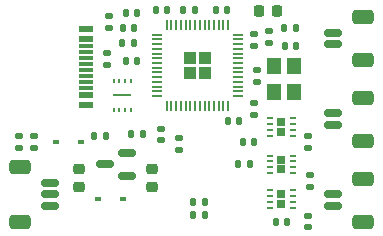
<source format=gbr>
%TF.GenerationSoftware,KiCad,Pcbnew,(6.0.5)*%
%TF.CreationDate,2022-10-09T21:33:59+01:00*%
%TF.ProjectId,PicoDrive,5069636f-4472-4697-9665-2e6b69636164,rev?*%
%TF.SameCoordinates,Original*%
%TF.FileFunction,Paste,Top*%
%TF.FilePolarity,Positive*%
%FSLAX46Y46*%
G04 Gerber Fmt 4.6, Leading zero omitted, Abs format (unit mm)*
G04 Created by KiCad (PCBNEW (6.0.5)) date 2022-10-09 21:33:59*
%MOMM*%
%LPD*%
G01*
G04 APERTURE LIST*
G04 Aperture macros list*
%AMRoundRect*
0 Rectangle with rounded corners*
0 $1 Rounding radius*
0 $2 $3 $4 $5 $6 $7 $8 $9 X,Y pos of 4 corners*
0 Add a 4 corners polygon primitive as box body*
4,1,4,$2,$3,$4,$5,$6,$7,$8,$9,$2,$3,0*
0 Add four circle primitives for the rounded corners*
1,1,$1+$1,$2,$3*
1,1,$1+$1,$4,$5*
1,1,$1+$1,$6,$7*
1,1,$1+$1,$8,$9*
0 Add four rect primitives between the rounded corners*
20,1,$1+$1,$2,$3,$4,$5,0*
20,1,$1+$1,$4,$5,$6,$7,0*
20,1,$1+$1,$6,$7,$8,$9,0*
20,1,$1+$1,$8,$9,$2,$3,0*%
G04 Aperture macros list end*
%ADD10R,0.600000X0.450000*%
%ADD11RoundRect,0.135000X-0.135000X-0.185000X0.135000X-0.185000X0.135000X0.185000X-0.135000X0.185000X0*%
%ADD12RoundRect,0.135000X0.135000X0.185000X-0.135000X0.185000X-0.135000X-0.185000X0.135000X-0.185000X0*%
%ADD13RoundRect,0.135000X-0.185000X0.135000X-0.185000X-0.135000X0.185000X-0.135000X0.185000X0.135000X0*%
%ADD14RoundRect,0.135000X0.185000X-0.135000X0.185000X0.135000X-0.185000X0.135000X-0.185000X-0.135000X0*%
%ADD15R,0.250000X0.300000*%
%ADD16R,1.600000X0.200000*%
%ADD17RoundRect,0.218750X0.218750X0.256250X-0.218750X0.256250X-0.218750X-0.256250X0.218750X-0.256250X0*%
%ADD18RoundRect,0.140000X-0.170000X0.140000X-0.170000X-0.140000X0.170000X-0.140000X0.170000X0.140000X0*%
%ADD19RoundRect,0.140000X-0.140000X-0.170000X0.140000X-0.170000X0.140000X0.170000X-0.140000X0.170000X0*%
%ADD20RoundRect,0.140000X0.140000X0.170000X-0.140000X0.170000X-0.140000X-0.170000X0.140000X-0.170000X0*%
%ADD21RoundRect,0.140000X0.170000X-0.140000X0.170000X0.140000X-0.170000X0.140000X-0.170000X-0.140000X0*%
%ADD22RoundRect,0.225000X-0.250000X0.225000X-0.250000X-0.225000X0.250000X-0.225000X0.250000X0.225000X0*%
%ADD23RoundRect,0.225000X0.250000X-0.225000X0.250000X0.225000X-0.250000X0.225000X-0.250000X-0.225000X0*%
%ADD24R,0.750000X0.650000*%
%ADD25R,0.500000X0.250000*%
%ADD26R,1.200000X1.400000*%
%ADD27R,1.160000X0.600000*%
%ADD28R,1.160000X0.300000*%
%ADD29RoundRect,0.250000X0.292217X-0.292217X0.292217X0.292217X-0.292217X0.292217X-0.292217X-0.292217X0*%
%ADD30RoundRect,0.050000X0.050000X-0.387500X0.050000X0.387500X-0.050000X0.387500X-0.050000X-0.387500X0*%
%ADD31RoundRect,0.050000X0.387500X-0.050000X0.387500X0.050000X-0.387500X0.050000X-0.387500X-0.050000X0*%
%ADD32RoundRect,0.250000X-0.650000X0.350000X-0.650000X-0.350000X0.650000X-0.350000X0.650000X0.350000X0*%
%ADD33RoundRect,0.150000X-0.625000X0.150000X-0.625000X-0.150000X0.625000X-0.150000X0.625000X0.150000X0*%
%ADD34RoundRect,0.150000X0.587500X0.150000X-0.587500X0.150000X-0.587500X-0.150000X0.587500X-0.150000X0*%
%ADD35RoundRect,0.250000X0.650000X-0.350000X0.650000X0.350000X-0.650000X0.350000X-0.650000X-0.350000X0*%
%ADD36RoundRect,0.150000X0.625000X-0.150000X0.625000X0.150000X-0.625000X0.150000X-0.625000X-0.150000X0*%
G04 APERTURE END LIST*
D10*
%TO.C,D1*%
X149386000Y-63500000D03*
X147286000Y-63500000D03*
%TD*%
D11*
%TO.C,R11*%
X158875000Y-68580000D03*
X159895000Y-68580000D03*
%TD*%
D12*
%TO.C,R10*%
X158875000Y-69723000D03*
X159895000Y-69723000D03*
%TD*%
D13*
%TO.C,R9*%
X144145000Y-62990000D03*
X144145000Y-64010000D03*
%TD*%
D14*
%TO.C,R8*%
X145415000Y-62990000D03*
X145415000Y-64010000D03*
%TD*%
D15*
%TO.C,U1*%
X152158000Y-60763000D03*
X152658000Y-60763000D03*
X153158000Y-60763000D03*
X153658000Y-60763000D03*
X153658000Y-58363000D03*
X153158000Y-58363000D03*
X152658000Y-58363000D03*
X152158000Y-58363000D03*
D16*
X152908000Y-59563000D03*
%TD*%
D11*
%TO.C,R12*%
X166622000Y-53848000D03*
X167642000Y-53848000D03*
%TD*%
D14*
%TO.C,R7*%
X157734000Y-64226500D03*
X157734000Y-63206500D03*
%TD*%
D11*
%TO.C,R6*%
X153926000Y-55118000D03*
X152906000Y-55118000D03*
%TD*%
D14*
%TO.C,R5*%
X151638000Y-56005000D03*
X151638000Y-57025000D03*
%TD*%
D13*
%TO.C,R4*%
X164338000Y-57402000D03*
X164338000Y-58422000D03*
%TD*%
D11*
%TO.C,R3*%
X153668000Y-62865000D03*
X154688000Y-62865000D03*
%TD*%
D12*
%TO.C,R2*%
X150493000Y-62992000D03*
X151513000Y-62992000D03*
%TD*%
D13*
%TO.C,R1*%
X151765000Y-53850000D03*
X151765000Y-52830000D03*
%TD*%
D17*
%TO.C,D3*%
X166014500Y-52451000D03*
X164439500Y-52451000D03*
%TD*%
D18*
%TO.C,C20*%
X168656000Y-69751000D03*
X168656000Y-70711000D03*
%TD*%
%TO.C,C19*%
X168783000Y-66322000D03*
X168783000Y-67282000D03*
%TD*%
%TO.C,C18*%
X168656000Y-63020000D03*
X168656000Y-63980000D03*
%TD*%
D19*
%TO.C,C17*%
X165890000Y-70256400D03*
X166850000Y-70256400D03*
%TD*%
D20*
%TO.C,C16*%
X163675000Y-65405000D03*
X162715000Y-65405000D03*
%TD*%
%TO.C,C15*%
X164056000Y-63500000D03*
X163096000Y-63500000D03*
%TD*%
%TO.C,C14*%
X154150000Y-52578000D03*
X153190000Y-52578000D03*
%TD*%
D19*
%TO.C,C13*%
X161826000Y-61722000D03*
X162786000Y-61722000D03*
%TD*%
%TO.C,C12*%
X160810000Y-52324000D03*
X161770000Y-52324000D03*
%TD*%
D20*
%TO.C,C11*%
X156690000Y-52324000D03*
X155730000Y-52324000D03*
%TD*%
D21*
%TO.C,C10*%
X165354000Y-55090000D03*
X165354000Y-54130000D03*
%TD*%
D18*
%TO.C,C9*%
X156210000Y-62385000D03*
X156210000Y-63345000D03*
%TD*%
D19*
%TO.C,C8*%
X158075500Y-52324000D03*
X159035500Y-52324000D03*
%TD*%
D20*
%TO.C,C7*%
X154150000Y-56642000D03*
X153190000Y-56642000D03*
%TD*%
D21*
%TO.C,C6*%
X164084000Y-55344000D03*
X164084000Y-54384000D03*
%TD*%
D20*
%TO.C,C5*%
X153896000Y-53848000D03*
X152936000Y-53848000D03*
%TD*%
D19*
%TO.C,C4*%
X166652000Y-55372000D03*
X167612000Y-55372000D03*
%TD*%
D18*
%TO.C,C3*%
X164084000Y-60226000D03*
X164084000Y-61186000D03*
%TD*%
D22*
%TO.C,C2*%
X155448000Y-65773000D03*
X155448000Y-67323000D03*
%TD*%
D23*
%TO.C,C1*%
X149225000Y-65773000D03*
X149225000Y-67323000D03*
%TD*%
D10*
%TO.C,D2*%
X152942000Y-68326000D03*
X150842000Y-68326000D03*
%TD*%
D24*
%TO.C,U6*%
X166370000Y-67945000D03*
X166370000Y-68745000D03*
D25*
X167320000Y-69095000D03*
X167320000Y-68595000D03*
X167320000Y-68095000D03*
X167320000Y-67595000D03*
X165420000Y-67595000D03*
X165420000Y-68095000D03*
X165420000Y-68595000D03*
X165420000Y-69095000D03*
%TD*%
D24*
%TO.C,U4*%
X166370000Y-62630000D03*
X166370000Y-61830000D03*
D25*
X167320000Y-62980000D03*
X167320000Y-62480000D03*
X167320000Y-61980000D03*
X167320000Y-61480000D03*
X165420000Y-61480000D03*
X165420000Y-61980000D03*
X165420000Y-62480000D03*
X165420000Y-62980000D03*
%TD*%
D26*
%TO.C,Y1*%
X167474000Y-59266000D03*
X167474000Y-57066000D03*
X165774000Y-57066000D03*
X165774000Y-59266000D03*
%TD*%
D24*
%TO.C,U5*%
X166370000Y-65805000D03*
X166370000Y-65005000D03*
D25*
X167320000Y-66155000D03*
X167320000Y-65655000D03*
X167320000Y-65155000D03*
X167320000Y-64655000D03*
X165420000Y-64655000D03*
X165420000Y-65155000D03*
X165420000Y-65655000D03*
X165420000Y-66155000D03*
%TD*%
D27*
%TO.C,P1*%
X149830000Y-53950000D03*
X149830000Y-54750000D03*
D28*
X149830000Y-55900000D03*
X149830000Y-56900000D03*
X149830000Y-57400000D03*
X149830000Y-58400000D03*
D27*
X149830000Y-59550000D03*
X149830000Y-60350000D03*
X149830000Y-60350000D03*
X149830000Y-59550000D03*
D28*
X149830000Y-58900000D03*
X149830000Y-57900000D03*
X149830000Y-56400000D03*
X149830000Y-55400000D03*
D27*
X149830000Y-54750000D03*
X149830000Y-53950000D03*
%TD*%
D29*
%TO.C,U3*%
X158620500Y-56385500D03*
X159895500Y-57660500D03*
X159895500Y-56385500D03*
X158620500Y-57660500D03*
D30*
X156658000Y-60460500D03*
X157058000Y-60460500D03*
X157458000Y-60460500D03*
X157858000Y-60460500D03*
X158258000Y-60460500D03*
X158658000Y-60460500D03*
X159058000Y-60460500D03*
X159458000Y-60460500D03*
X159858000Y-60460500D03*
X160258000Y-60460500D03*
X160658000Y-60460500D03*
X161058000Y-60460500D03*
X161458000Y-60460500D03*
X161858000Y-60460500D03*
D31*
X162695500Y-59623000D03*
X162695500Y-59223000D03*
X162695500Y-58823000D03*
X162695500Y-58423000D03*
X162695500Y-58023000D03*
X162695500Y-57623000D03*
X162695500Y-57223000D03*
X162695500Y-56823000D03*
X162695500Y-56423000D03*
X162695500Y-56023000D03*
X162695500Y-55623000D03*
X162695500Y-55223000D03*
X162695500Y-54823000D03*
X162695500Y-54423000D03*
D30*
X161858000Y-53585500D03*
X161458000Y-53585500D03*
X161058000Y-53585500D03*
X160658000Y-53585500D03*
X160258000Y-53585500D03*
X159858000Y-53585500D03*
X159458000Y-53585500D03*
X159058000Y-53585500D03*
X158658000Y-53585500D03*
X158258000Y-53585500D03*
X157858000Y-53585500D03*
X157458000Y-53585500D03*
X157058000Y-53585500D03*
X156658000Y-53585500D03*
D31*
X155820500Y-54423000D03*
X155820500Y-54823000D03*
X155820500Y-55223000D03*
X155820500Y-55623000D03*
X155820500Y-56023000D03*
X155820500Y-56423000D03*
X155820500Y-56823000D03*
X155820500Y-57223000D03*
X155820500Y-57623000D03*
X155820500Y-58023000D03*
X155820500Y-58423000D03*
X155820500Y-58823000D03*
X155820500Y-59223000D03*
X155820500Y-59623000D03*
%TD*%
D32*
%TO.C,J2*%
X173285000Y-59795000D03*
X173285000Y-63395000D03*
D33*
X170760000Y-62095000D03*
X170760000Y-61095000D03*
%TD*%
D34*
%TO.C,U2*%
X153337500Y-66355000D03*
X153337500Y-64455000D03*
X151462500Y-65405000D03*
%TD*%
D35*
%TO.C,J4*%
X144215000Y-65645000D03*
X144215000Y-70245000D03*
D36*
X146740000Y-66945000D03*
X146740000Y-67945000D03*
X146740000Y-68945000D03*
%TD*%
D33*
%TO.C,J3*%
X170760000Y-67945000D03*
X170760000Y-68945000D03*
D32*
X173285000Y-70245000D03*
X173285000Y-66645000D03*
%TD*%
%TO.C,J1*%
X173285000Y-56545000D03*
X173285000Y-52945000D03*
D33*
X170760000Y-55245000D03*
X170760000Y-54245000D03*
%TD*%
M02*

</source>
